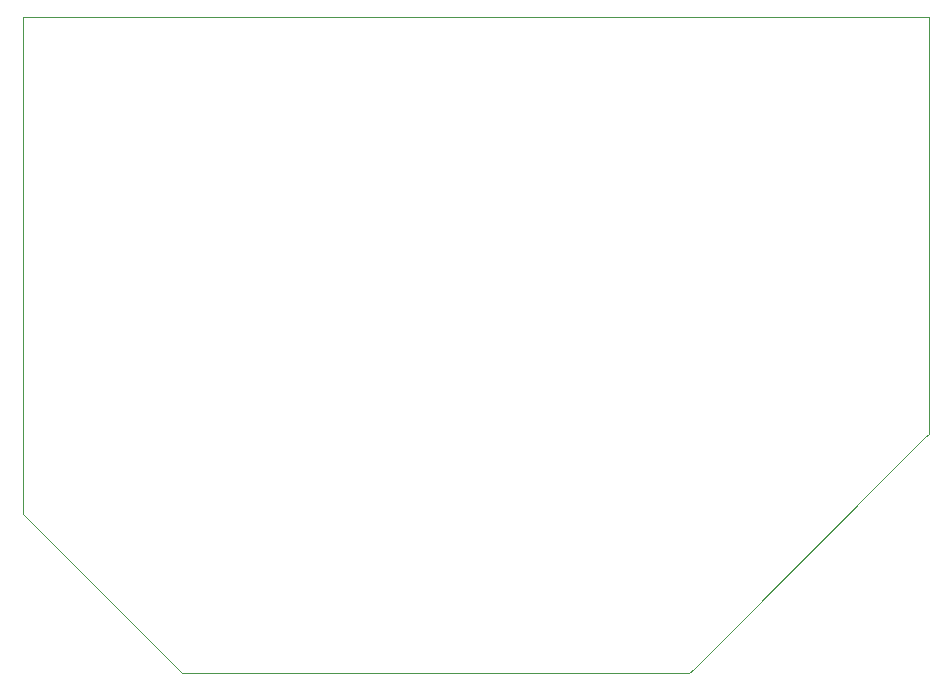
<source format=gbr>
%TF.GenerationSoftware,KiCad,Pcbnew,7.0.11*%
%TF.CreationDate,2025-03-28T01:33:45+02:00*%
%TF.ProjectId,Project,50726f6a-6563-4742-9e6b-696361645f70,rev?*%
%TF.SameCoordinates,Original*%
%TF.FileFunction,Profile,NP*%
%FSLAX46Y46*%
G04 Gerber Fmt 4.6, Leading zero omitted, Abs format (unit mm)*
G04 Created by KiCad (PCBNEW 7.0.11) date 2025-03-28 01:33:45*
%MOMM*%
%LPD*%
G01*
G04 APERTURE LIST*
%TA.AperFunction,Profile*%
%ADD10C,0.050000*%
%TD*%
G04 APERTURE END LIST*
D10*
X68900000Y-140500000D02*
X145600000Y-140500000D01*
X68900000Y-140600000D02*
X68900000Y-140500000D01*
X68900000Y-182600000D02*
X68900000Y-140600000D01*
X82400000Y-196100000D02*
X68900000Y-182600000D01*
X125300000Y-196100000D02*
X82400000Y-196100000D01*
X125700000Y-195700000D02*
X125300000Y-196100000D01*
X145600000Y-175800000D02*
X145600000Y-140500000D01*
X145300000Y-176100000D02*
X145600000Y-175800000D01*
X125700000Y-195700000D02*
X145300000Y-176100000D01*
M02*

</source>
